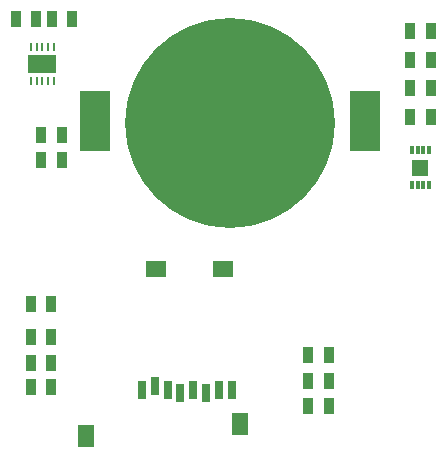
<source format=gbp>
G04 Layer_Color=128*
%FSLAX25Y25*%
%MOIN*%
G70*
G01*
G75*
%ADD13R,0.03347X0.05512*%
%ADD38R,0.07087X0.05512*%
%ADD39R,0.05512X0.07480*%
%ADD40R,0.03150X0.05905*%
%ADD41R,0.05748X0.05354*%
%ADD42R,0.01181X0.02953*%
%ADD43R,0.09370X0.06496*%
%ADD44R,0.00984X0.02756*%
%ADD45C,0.70000*%
%ADD46R,0.10000X0.20000*%
D13*
X10445Y144500D02*
D03*
X3555D02*
D03*
X107945Y15500D02*
D03*
X101055D02*
D03*
X8555Y22000D02*
D03*
X15445D02*
D03*
X8555Y30000D02*
D03*
X15445D02*
D03*
X8555Y38500D02*
D03*
X15445D02*
D03*
X107945Y24000D02*
D03*
X101055D02*
D03*
X22445Y144500D02*
D03*
X15555D02*
D03*
X18945Y97500D02*
D03*
X12055D02*
D03*
X18945Y106000D02*
D03*
X12055D02*
D03*
X107945Y32500D02*
D03*
X101055D02*
D03*
X135055Y131000D02*
D03*
X141945D02*
D03*
X135055Y112000D02*
D03*
X141945D02*
D03*
X8555Y49500D02*
D03*
X15445D02*
D03*
X141945Y121500D02*
D03*
X135055D02*
D03*
X141945Y140500D02*
D03*
X135055D02*
D03*
D38*
X50193Y61339D02*
D03*
X72634D02*
D03*
D39*
X27161Y5630D02*
D03*
X78441Y9567D02*
D03*
D40*
X75823Y20787D02*
D03*
X71492D02*
D03*
X67108Y19887D02*
D03*
X62831Y20787D02*
D03*
X58500Y20000D02*
D03*
X54169Y20787D02*
D03*
X49839Y22362D02*
D03*
X45508Y20787D02*
D03*
D41*
X138500Y95000D02*
D03*
D42*
X135547Y100906D02*
D03*
X137516D02*
D03*
X139484D02*
D03*
X141453D02*
D03*
Y89095D02*
D03*
X139484D02*
D03*
X137516D02*
D03*
X135547D02*
D03*
D43*
X12500Y129500D02*
D03*
D44*
X8563Y135110D02*
D03*
X10531D02*
D03*
X12500D02*
D03*
X14469D02*
D03*
X16437D02*
D03*
X8563Y123890D02*
D03*
X10531D02*
D03*
X12500D02*
D03*
X14469D02*
D03*
X16437D02*
D03*
D45*
X75000Y110000D02*
D03*
D46*
X30000Y110500D02*
D03*
X120000D02*
D03*
M02*

</source>
